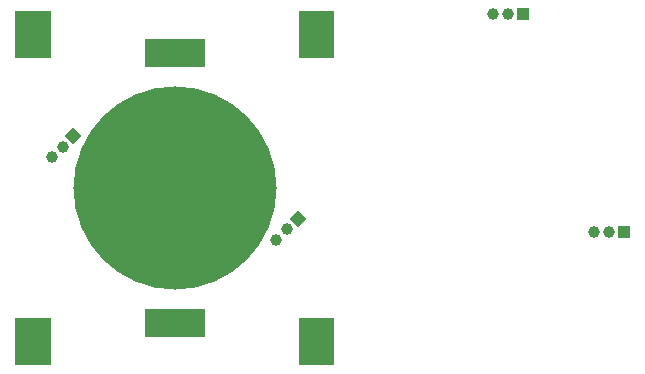
<source format=gbs>
G04 #@! TF.GenerationSoftware,KiCad,Pcbnew,9.0.3-9.0.3-0~ubuntu24.04.1*
G04 #@! TF.CreationDate,2025-07-13T16:36:45+02:00*
G04 #@! TF.ProjectId,PCBWatch,50434257-6174-4636-982e-6b696361645f,rev?*
G04 #@! TF.SameCoordinates,Original*
G04 #@! TF.FileFunction,Soldermask,Bot*
G04 #@! TF.FilePolarity,Negative*
%FSLAX46Y46*%
G04 Gerber Fmt 4.6, Leading zero omitted, Abs format (unit mm)*
G04 Created by KiCad (PCBNEW 9.0.3-9.0.3-0~ubuntu24.04.1) date 2025-07-13 16:36:45*
%MOMM*%
%LPD*%
G01*
G04 APERTURE LIST*
G04 Aperture macros list*
%AMRotRect*
0 Rectangle, with rotation*
0 The origin of the aperture is its center*
0 $1 length*
0 $2 width*
0 $3 Rotation angle, in degrees counterclockwise*
0 Add horizontal line*
21,1,$1,$2,0,0,$3*%
G04 Aperture macros list end*
%ADD10RotRect,1.000000X1.000000X315.000000*%
%ADD11C,1.000000*%
%ADD12R,1.000000X1.000000*%
%ADD13R,5.105400X2.489200*%
%ADD14C,17.200000*%
G04 APERTURE END LIST*
G36*
X30500000Y-5000000D02*
G01*
X33500000Y-5000000D01*
X33500000Y-9000000D01*
X30500000Y-9000000D01*
X30500000Y-5000000D01*
G37*
G36*
X30500000Y-31000000D02*
G01*
X33500000Y-31000000D01*
X33500000Y-35000000D01*
X30500000Y-35000000D01*
X30500000Y-31000000D01*
G37*
G36*
X6500000Y-31000000D02*
G01*
X9500000Y-31000000D01*
X9500000Y-35000000D01*
X6500000Y-35000000D01*
X6500000Y-31000000D01*
G37*
G36*
X6500000Y-5000000D02*
G01*
X9500000Y-5000000D01*
X9500000Y-9000000D01*
X6500000Y-9000000D01*
X6500000Y-5000000D01*
G37*
D10*
G04 #@! TO.C,J5*
X30398026Y-22601975D03*
D11*
X29500000Y-23500001D03*
X28601975Y-24398026D03*
G04 #@! TD*
D12*
G04 #@! TO.C,J4*
X49500000Y-5301589D03*
D11*
X48230000Y-5301589D03*
X46960000Y-5301589D03*
G04 #@! TD*
D12*
G04 #@! TO.C,J6*
X58000000Y-23693359D03*
D11*
X56730000Y-23693359D03*
X55460000Y-23693359D03*
G04 #@! TD*
D10*
G04 #@! TO.C,J3*
X11398026Y-15601974D03*
D11*
X10500000Y-16500000D03*
X9601975Y-17398025D03*
G04 #@! TD*
D13*
G04 #@! TO.C,B1*
X20000000Y-31450000D03*
X20000000Y-8550000D03*
D14*
X20000000Y-20000000D03*
G04 #@! TD*
M02*

</source>
